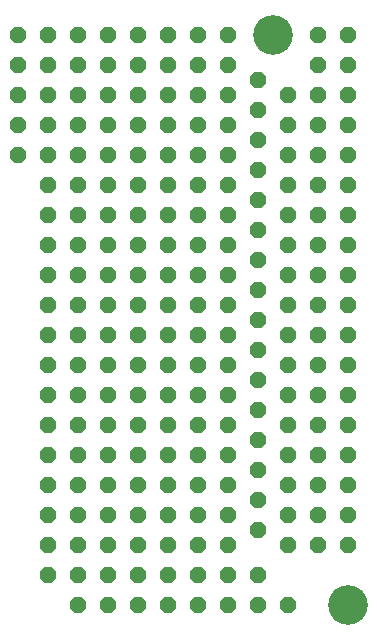
<source format=gts>
G75*
G70*
%OFA0B0*%
%FSLAX24Y24*%
%IPPOS*%
%LPD*%
%AMOC8*
5,1,8,0,0,1.08239X$1,22.5*
%
%ADD10C,0.1320*%
%ADD11OC8,0.0560*%
D10*
X012500Y001500D03*
X010000Y020500D03*
D11*
X002500Y002500D03*
X002500Y003500D03*
X002500Y004500D03*
X002500Y005500D03*
X002500Y006500D03*
X002500Y007500D03*
X002500Y008500D03*
X002500Y009500D03*
X002500Y010500D03*
X002500Y011500D03*
X002500Y012500D03*
X002500Y013500D03*
X002500Y014500D03*
X002500Y015500D03*
X002500Y016500D03*
X002500Y017500D03*
X002500Y018500D03*
X002500Y019500D03*
X002500Y020500D03*
X003500Y020500D03*
X003500Y019500D03*
X003500Y018500D03*
X003500Y017500D03*
X003500Y016500D03*
X003500Y015500D03*
X003500Y014500D03*
X003500Y013500D03*
X003500Y012500D03*
X003500Y011500D03*
X003500Y010500D03*
X003500Y009500D03*
X003500Y008500D03*
X003500Y007500D03*
X003500Y006500D03*
X003500Y005500D03*
X003500Y004500D03*
X003500Y003500D03*
X003500Y002500D03*
X003500Y001500D03*
X004500Y001500D03*
X004500Y002500D03*
X004500Y003500D03*
X004500Y004500D03*
X004500Y005500D03*
X004500Y006500D03*
X004500Y007500D03*
X004500Y008500D03*
X004500Y009500D03*
X004500Y010500D03*
X004500Y011500D03*
X004500Y012500D03*
X004500Y013500D03*
X004500Y014500D03*
X004500Y015500D03*
X004500Y016500D03*
X004500Y017500D03*
X004500Y018500D03*
X004500Y019500D03*
X004500Y020500D03*
X005500Y020500D03*
X005500Y019500D03*
X005500Y018500D03*
X005500Y017500D03*
X005500Y016500D03*
X005500Y015500D03*
X005500Y014500D03*
X005500Y013500D03*
X005500Y012500D03*
X005500Y011500D03*
X005500Y010500D03*
X005500Y009500D03*
X005500Y008500D03*
X005500Y007500D03*
X005500Y006500D03*
X005500Y005500D03*
X005500Y004500D03*
X005500Y003500D03*
X005500Y002500D03*
X005500Y001500D03*
X006500Y001500D03*
X006500Y002500D03*
X006500Y003500D03*
X006500Y004500D03*
X006500Y005500D03*
X006500Y006500D03*
X006500Y007500D03*
X006500Y008500D03*
X006500Y009500D03*
X006500Y010500D03*
X006500Y011500D03*
X006500Y012500D03*
X006500Y013500D03*
X006500Y014500D03*
X006500Y015500D03*
X006500Y016500D03*
X006500Y017500D03*
X006500Y018500D03*
X006500Y019500D03*
X006500Y020500D03*
X007500Y020500D03*
X007500Y019500D03*
X007500Y018500D03*
X007500Y017500D03*
X007500Y016500D03*
X007500Y015500D03*
X007500Y014500D03*
X007500Y013500D03*
X007500Y012500D03*
X007500Y011500D03*
X007500Y010500D03*
X007500Y009500D03*
X007500Y008500D03*
X007500Y007500D03*
X007500Y006500D03*
X007500Y005500D03*
X007500Y004500D03*
X007500Y003500D03*
X007500Y002500D03*
X007500Y001500D03*
X008500Y001500D03*
X008500Y002500D03*
X008500Y003500D03*
X008500Y004500D03*
X008500Y005500D03*
X008500Y006500D03*
X008500Y007500D03*
X008500Y008500D03*
X008500Y009500D03*
X008500Y010500D03*
X008500Y011500D03*
X008500Y012500D03*
X008500Y013500D03*
X008500Y014500D03*
X008500Y015500D03*
X008500Y016500D03*
X008500Y017500D03*
X008500Y018500D03*
X008500Y019500D03*
X008500Y020500D03*
X009500Y019000D03*
X009500Y018000D03*
X009500Y017000D03*
X009500Y016000D03*
X009500Y015000D03*
X009500Y014000D03*
X009500Y013000D03*
X009500Y012000D03*
X009500Y011000D03*
X009500Y010000D03*
X009500Y009000D03*
X009500Y008000D03*
X009500Y007000D03*
X009500Y006000D03*
X009500Y005000D03*
X009500Y004000D03*
X010500Y003500D03*
X010500Y004500D03*
X010500Y005500D03*
X010500Y006500D03*
X010500Y007500D03*
X010500Y008500D03*
X010500Y009500D03*
X010500Y010500D03*
X010500Y011500D03*
X010500Y012500D03*
X010500Y013500D03*
X010500Y014500D03*
X010500Y015500D03*
X010500Y016500D03*
X010500Y017500D03*
X010500Y018500D03*
X011500Y018500D03*
X011500Y017500D03*
X011500Y016500D03*
X011500Y015500D03*
X011500Y014500D03*
X011500Y013500D03*
X011500Y012500D03*
X011500Y011500D03*
X011500Y010500D03*
X011500Y009500D03*
X011500Y008500D03*
X011500Y007500D03*
X011500Y006500D03*
X011500Y005500D03*
X011500Y004500D03*
X011500Y003500D03*
X012500Y003500D03*
X012500Y004500D03*
X012500Y005500D03*
X012500Y006500D03*
X012500Y007500D03*
X012500Y008500D03*
X012500Y009500D03*
X012500Y010500D03*
X012500Y011500D03*
X012500Y012500D03*
X012500Y013500D03*
X012500Y014500D03*
X012500Y015500D03*
X012500Y016500D03*
X012500Y017500D03*
X012500Y018500D03*
X012500Y019500D03*
X012500Y020500D03*
X011500Y020500D03*
X011500Y019500D03*
X001500Y019500D03*
X001500Y020500D03*
X001500Y018500D03*
X001500Y017500D03*
X001500Y016500D03*
X009500Y002500D03*
X009500Y001500D03*
X010500Y001500D03*
M02*

</source>
